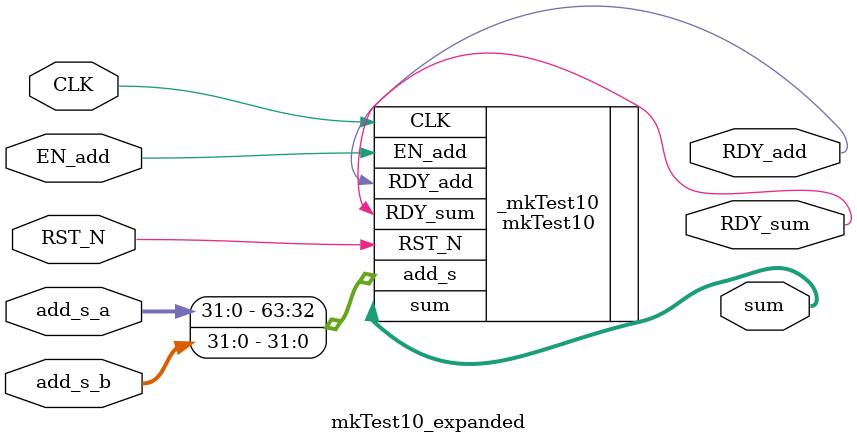
<source format=v>
module mkTest10_expanded (
    CLK,
    RST_N,
    RDY_add,
    EN_add,
    add_s_a,
    add_s_b,
    RDY_sum,
    sum );

  input CLK;
  input RST_N;

  // ====================
  // Method = add
  //   ready  => RDY_add                1   Bit#(1)
  //   enable => EN_add                 1   Bit#(1)
  //   input  => add_s                 64   Test10::TS
  output  RDY_add;
  input  EN_add;
  input  [ 31 : 0 ] add_s_a;
  input  [ 31 : 0 ] add_s_b;

  // ====================
  // Method = sum
  //   ready  => RDY_sum                1   Bit#(1)
  //   result => sum                   32   Int#(32)
  output  RDY_sum;
  output  [ 31 : 0 ] sum;


  wire   RDY_add;
  wire   RDY_sum;
  wire   [ 31 : 0 ] sum;

  mkTest10 _mkTest10 ( 
   .CLK( CLK ),
   .RST_N( RST_N ),
   .RDY_add( RDY_add ),
   .EN_add( EN_add ),
   .add_s( { add_s_a,add_s_b } ),
   .RDY_sum( RDY_sum ),
   .sum( sum )
  );

endmodule


</source>
